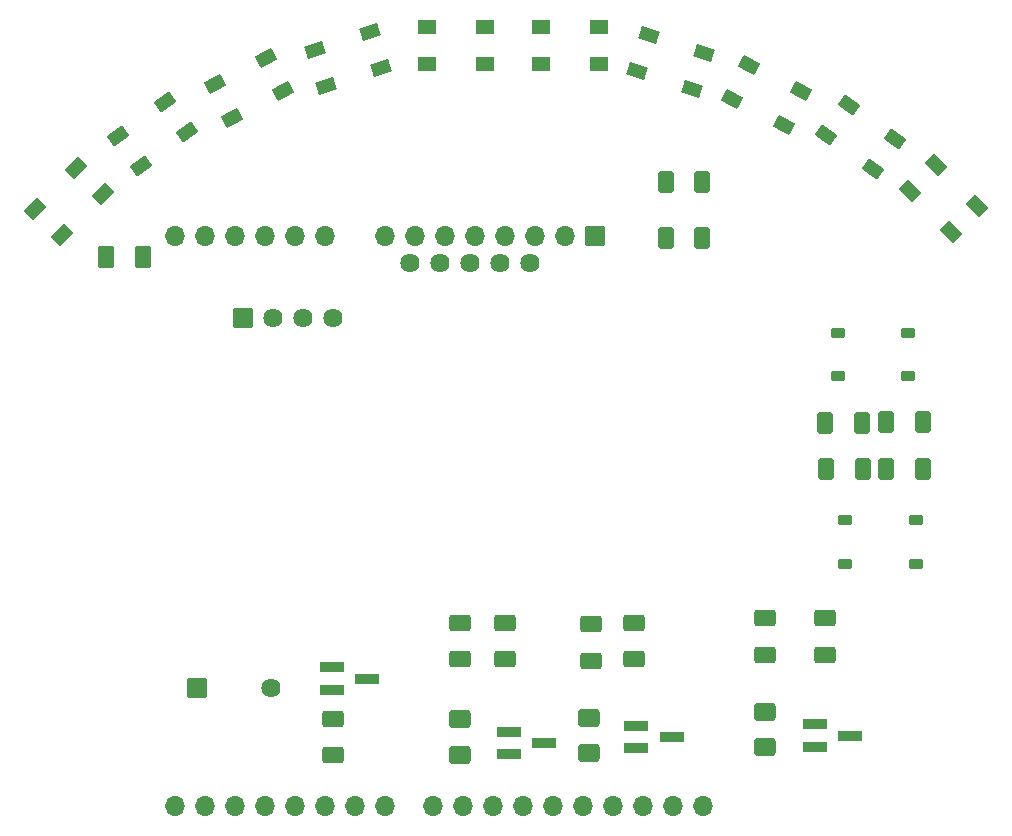
<source format=gbr>
%TF.GenerationSoftware,KiCad,Pcbnew,(5.99.0-13050-gf79cb382c4)*%
%TF.CreationDate,2021-11-18T10:13:38-08:00*%
%TF.ProjectId,S_Alarm,535f416c-6172-46d2-9e6b-696361645f70,rev?*%
%TF.SameCoordinates,Original*%
%TF.FileFunction,Soldermask,Top*%
%TF.FilePolarity,Negative*%
%FSLAX46Y46*%
G04 Gerber Fmt 4.6, Leading zero omitted, Abs format (unit mm)*
G04 Created by KiCad (PCBNEW (5.99.0-13050-gf79cb382c4)) date 2021-11-18 10:13:38*
%MOMM*%
%LPD*%
G01*
G04 APERTURE LIST*
G04 Aperture macros list*
%AMRoundRect*
0 Rectangle with rounded corners*
0 $1 Rounding radius*
0 $2 $3 $4 $5 $6 $7 $8 $9 X,Y pos of 4 corners*
0 Add a 4 corners polygon primitive as box body*
4,1,4,$2,$3,$4,$5,$6,$7,$8,$9,$2,$3,0*
0 Add four circle primitives for the rounded corners*
1,1,$1+$1,$2,$3*
1,1,$1+$1,$4,$5*
1,1,$1+$1,$6,$7*
1,1,$1+$1,$8,$9*
0 Add four rect primitives between the rounded corners*
20,1,$1+$1,$2,$3,$4,$5,0*
20,1,$1+$1,$4,$5,$6,$7,0*
20,1,$1+$1,$6,$7,$8,$9,0*
20,1,$1+$1,$8,$9,$2,$3,0*%
G04 Aperture macros list end*
%ADD10RoundRect,0.050800X0.800000X-0.800000X0.800000X0.800000X-0.800000X0.800000X-0.800000X-0.800000X0*%
%ADD11O,1.701600X1.701600*%
%ADD12RoundRect,0.050800X-0.762000X-0.762000X0.762000X-0.762000X0.762000X0.762000X-0.762000X0.762000X0*%
%ADD13C,1.625600*%
%ADD14RoundRect,0.050800X0.883883X-0.176777X-0.176777X0.883883X-0.883883X0.176777X0.176777X-0.883883X0*%
%ADD15RoundRect,0.300801X0.624999X-0.462499X0.624999X0.462499X-0.624999X0.462499X-0.624999X-0.462499X0*%
%ADD16RoundRect,0.050800X0.558784X0.707291X-0.867801X0.243766X-0.558784X-0.707291X0.867801X-0.243766X0*%
%ADD17RoundRect,0.300800X0.412500X0.650000X-0.412500X0.650000X-0.412500X-0.650000X0.412500X-0.650000X0*%
%ADD18RoundRect,0.300800X0.400000X0.625000X-0.400000X0.625000X-0.400000X-0.625000X0.400000X-0.625000X0*%
%ADD19RoundRect,0.300800X0.625000X-0.400000X0.625000X0.400000X-0.625000X0.400000X-0.625000X-0.400000X0*%
%ADD20RoundRect,0.050800X-0.500000X0.350000X-0.500000X-0.350000X0.500000X-0.350000X0.500000X0.350000X0*%
%ADD21RoundRect,0.300800X-0.625000X0.400000X-0.625000X-0.400000X0.625000X-0.400000X0.625000X0.400000X0*%
%ADD22RoundRect,0.050800X-0.950000X-0.400000X0.950000X-0.400000X0.950000X0.400000X-0.950000X0.400000X0*%
%ADD23RoundRect,0.050800X0.750000X0.500000X-0.750000X0.500000X-0.750000X-0.500000X0.750000X-0.500000X0*%
%ADD24RoundRect,0.050800X0.312870X0.845347X-0.900655X-0.036330X-0.312870X-0.845347X0.900655X0.036330X0*%
%ADD25RoundRect,0.050800X0.176777X0.883883X-0.883883X-0.176777X-0.176777X-0.883883X0.883883X0.176777X0*%
%ADD26RoundRect,0.300800X-0.400000X-0.625000X0.400000X-0.625000X0.400000X0.625000X-0.400000X0.625000X0*%
%ADD27RoundRect,0.050800X0.441260X0.785996X-0.895250X0.105010X-0.441260X-0.785996X0.895250X-0.105010X0*%
%ADD28RoundRect,0.050800X0.867801X0.243766X-0.558784X0.707291X-0.867801X-0.243766X0.558784X-0.707291X0*%
%ADD29RoundRect,0.050800X0.900655X-0.036330X-0.312870X0.845347X-0.900655X0.036330X0.312870X-0.845347X0*%
%ADD30RoundRect,0.050800X0.895250X0.105010X-0.441260X0.785996X-0.895250X-0.105010X0.441260X-0.785996X0*%
%ADD31RoundRect,0.050800X0.500000X-0.350000X0.500000X0.350000X-0.500000X0.350000X-0.500000X-0.350000X0*%
G04 APERTURE END LIST*
D10*
%TO.C,A1*%
X126111000Y-50800000D03*
D11*
X123571000Y-50800000D03*
X121031000Y-50800000D03*
X118491000Y-50800000D03*
X115951000Y-50800000D03*
X113411000Y-50800000D03*
X110871000Y-50800000D03*
X108331000Y-50800000D03*
X103251000Y-50800000D03*
X100711000Y-50800000D03*
X98171000Y-50800000D03*
X95631000Y-50800000D03*
X93091000Y-50800000D03*
X90551000Y-50800000D03*
X90551000Y-99060000D03*
X93091000Y-99060000D03*
X95631000Y-99060000D03*
X98171000Y-99060000D03*
X100711000Y-99060000D03*
X103251000Y-99060000D03*
X105791000Y-99060000D03*
X108331000Y-99060000D03*
X112391000Y-99060000D03*
X114931000Y-99060000D03*
X117471000Y-99060000D03*
X120011000Y-99060000D03*
X122551000Y-99060000D03*
X125091000Y-99060000D03*
X127631000Y-99060000D03*
X130171000Y-99060000D03*
X132711000Y-99060000D03*
X135251000Y-99060000D03*
%TD*%
D12*
%TO.C,DS2*%
X96266000Y-57715000D03*
D13*
X98806000Y-57715000D03*
X101346000Y-57715000D03*
X103886000Y-57715000D03*
%TD*%
D14*
%TO.C,D3*%
X154973959Y-44761218D03*
X152711218Y-47023959D03*
X156176041Y-50488782D03*
X158438782Y-48226041D03*
%TD*%
D15*
%TO.C,D12*%
X140462000Y-94070500D03*
X140462000Y-91095500D03*
%TD*%
D16*
%TO.C,D9*%
X102331484Y-35049401D03*
X103320339Y-38092782D03*
X107980516Y-36578599D03*
X106991661Y-33535218D03*
%TD*%
D17*
%TO.C,C1*%
X87795500Y-52578000D03*
X84670500Y-52578000D03*
%TD*%
D18*
%TO.C,R1*%
X135154000Y-46228000D03*
X132054000Y-46228000D03*
%TD*%
D19*
%TO.C,R7*%
X145542000Y-86259000D03*
X145542000Y-83159000D03*
%TD*%
D20*
%TO.C,SW2*%
X152605999Y-62683001D03*
X146605999Y-62683001D03*
X152605999Y-58983001D03*
X146605999Y-58983001D03*
%TD*%
D19*
%TO.C,R6*%
X118491000Y-86640000D03*
X118491000Y-83540000D03*
%TD*%
D21*
%TO.C,R11*%
X114681000Y-83540000D03*
X114681000Y-86640000D03*
%TD*%
%TO.C,R12*%
X140462000Y-83159000D03*
X140462000Y-86259000D03*
%TD*%
%TO.C,R10*%
X125730000Y-83667000D03*
X125730000Y-86767000D03*
%TD*%
D22*
%TO.C,Q4*%
X103783000Y-87315000D03*
X103783000Y-89215000D03*
X106783000Y-88265000D03*
%TD*%
D23*
%TO.C,D13*%
X121502000Y-33071000D03*
X121502000Y-36271000D03*
X126402000Y-36271000D03*
X126402000Y-33071000D03*
%TD*%
D21*
%TO.C,R13*%
X103886000Y-91668000D03*
X103886000Y-94768000D03*
%TD*%
D22*
%TO.C,Q2*%
X118769000Y-92776000D03*
X118769000Y-94676000D03*
X121769000Y-93726000D03*
%TD*%
D24*
%TO.C,D4*%
X85723452Y-42309647D03*
X87604365Y-44898501D03*
X91568548Y-42018353D03*
X89687635Y-39429499D03*
%TD*%
D25*
%TO.C,D1*%
X78670218Y-48480041D03*
X80932959Y-50742782D03*
X84397782Y-47277959D03*
X82135041Y-45015218D03*
%TD*%
D18*
%TO.C,R3*%
X148739000Y-70485003D03*
X145639000Y-70485003D03*
%TD*%
D23*
%TO.C,D11*%
X111850000Y-33071000D03*
X111850000Y-36271000D03*
X116750000Y-36271000D03*
X116750000Y-33071000D03*
%TD*%
D26*
%TO.C,R9*%
X150719000Y-66548002D03*
X153819000Y-66548002D03*
%TD*%
D27*
%TO.C,D6*%
X93864649Y-37913666D03*
X95317419Y-40764887D03*
X99683351Y-38540334D03*
X98230581Y-35689113D03*
%TD*%
D19*
%TO.C,R5*%
X129413000Y-86640000D03*
X129413000Y-83540000D03*
%TD*%
D28*
%TO.C,D10*%
X130625339Y-33789218D03*
X129636484Y-36832599D03*
X134296661Y-38346782D03*
X135285516Y-35303401D03*
%TD*%
D29*
%TO.C,D5*%
X147548365Y-39683499D03*
X145667452Y-42272353D03*
X149631635Y-45152501D03*
X151512548Y-42563647D03*
%TD*%
D26*
%TO.C,R8*%
X150719001Y-70485003D03*
X153819001Y-70485003D03*
%TD*%
D15*
%TO.C,D2*%
X125603000Y-94578500D03*
X125603000Y-91603500D03*
%TD*%
D18*
%TO.C,R4*%
X148682002Y-66617003D03*
X145582002Y-66617003D03*
%TD*%
%TO.C,R2*%
X135154000Y-50927000D03*
X132054000Y-50927000D03*
%TD*%
D30*
%TO.C,D8*%
X139132419Y-36324113D03*
X137679649Y-39175334D03*
X142045581Y-41399887D03*
X143498351Y-38548666D03*
%TD*%
D15*
%TO.C,D7*%
X114681000Y-94705500D03*
X114681000Y-91730500D03*
%TD*%
D22*
%TO.C,Q3*%
X144677000Y-92141000D03*
X144677000Y-94041000D03*
X147677000Y-93091000D03*
%TD*%
D13*
%TO.C,U1*%
X110395000Y-53086000D03*
X112935000Y-53086000D03*
X115475000Y-53086000D03*
X118015000Y-53086000D03*
X120555000Y-53086000D03*
%TD*%
D12*
%TO.C,BZ1*%
X92377000Y-89027000D03*
D13*
X98627000Y-89027000D03*
%TD*%
D22*
%TO.C,Q1*%
X129564000Y-92268000D03*
X129564000Y-94168000D03*
X132564000Y-93218000D03*
%TD*%
D31*
%TO.C,SW1*%
X147237000Y-74858000D03*
X153237000Y-74858000D03*
X147237000Y-78558000D03*
X153237000Y-78558000D03*
%TD*%
M02*

</source>
